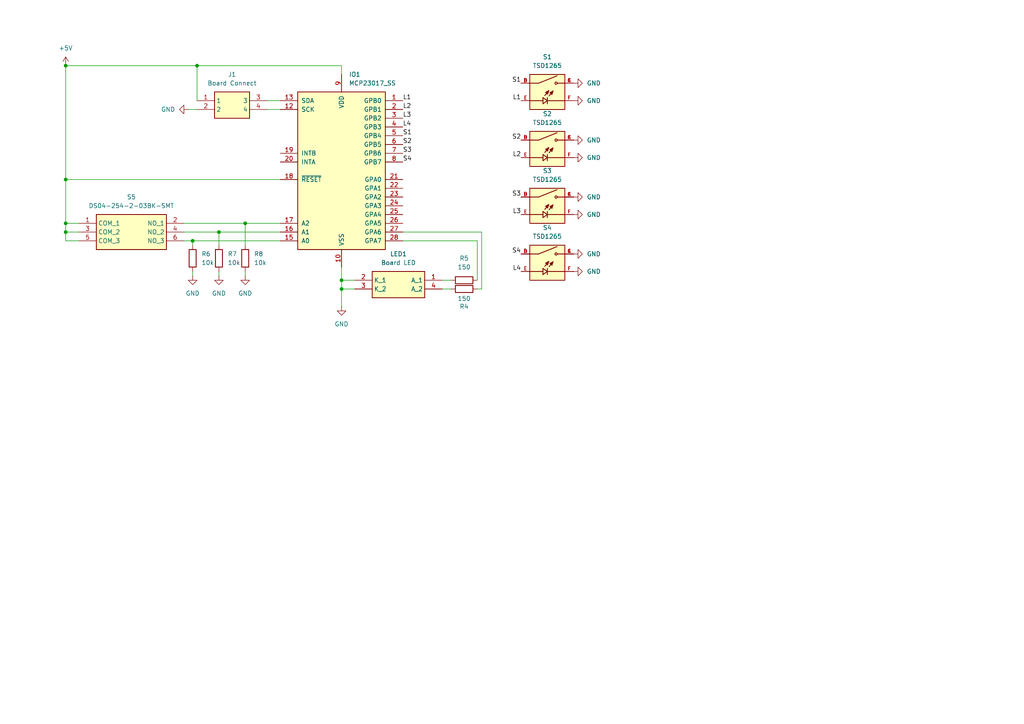
<source format=kicad_sch>
(kicad_sch (version 20250114) (generator "eeschema") (generator_version "9.0")
  (paper "A4")
  (lib_symbols
    (symbol "Device:R" (pin_numbers (hide yes)) (pin_names (offset 0))
      (property "Reference" "R" (at 2.032 0 90))
      (property "Value" "R" (at 0 0 90))
      (symbol "R_0_1"
        (rectangle (start -1.016 -2.54) (end 1.016 2.54) (stroke (width 0.254)))
      )
      (symbol "R_1_1"
        (pin passive line (at 0 3.81 270) (length 1.27) (name "~") (number "1"))
        (pin passive line (at 0 -3.81 90) (length 1.27) (name "~") (number "2"))
      )
    )
    (symbol "Interface_Expansion:MCP23017_SS" (pin_names (offset 1.016))
      (property "Reference" "U" (at -11.43 24.13 0))
      (property "Value" "MCP23017_SS" (at 0 0 0))
      (symbol "MCP23017_SS_0_1"
        (rectangle (start -12.7 22.86) (end 12.7 -22.86) (stroke (width 0.254)) (fill (type background)))
      )
      (symbol "MCP23017_SS_1_1"
        (pin bidirectional line (at -17.78 20.32 0) (length 5.08) (name "SDA") (number "13"))
        (pin input line (at -17.78 17.78 0) (length 5.08) (name "SCK") (number "12"))
        (pin tri_state line (at -17.78 5.08 0) (length 5.08) (name "INTB") (number "19"))
        (pin tri_state line (at -17.78 2.54 0) (length 5.08) (name "INTA") (number "20"))
        (pin input line (at -17.78 -2.54 0) (length 5.08) (name "~{RESET}") (number "18"))
        (pin input line (at -17.78 -15.24 0) (length 5.08) (name "A2") (number "17"))
        (pin input line (at -17.78 -17.78 0) (length 5.08) (name "A1") (number "16"))
        (pin input line (at -17.78 -20.32 0) (length 5.08) (name "A0") (number "15"))
        (pin no_connect line (at -12.7 15.24 0) (length 5.08) (hide yes) (name "NC") (number "11"))
        (pin no_connect line (at -12.7 12.7 0) (length 5.08) (hide yes) (name "NC") (number "14"))
        (pin power_in line (at 0 27.94 270) (length 5.08) (name "VDD") (number "9"))
        (pin power_in line (at 0 -27.94 90) (length 5.08) (name "VSS") (number "10"))
        (pin bidirectional line (at 17.78 20.32 180) (length 5.08) (name "GPB0") (number "1"))
        (pin bidirectional line (at 17.78 17.78 180) (length 5.08) (name "GPB1") (number "2"))
        (pin bidirectional line (at 17.78 15.24 180) (length 5.08) (name "GPB2") (number "3"))
        (pin bidirectional line (at 17.78 12.7 180) (length 5.08) (name "GPB3") (number "4"))
        (pin bidirectional line (at 17.78 10.16 180) (length 5.08) (name "GPB4") (number "5"))
        (pin bidirectional line (at 17.78 7.62 180) (length 5.08) (name "GPB5") (number "6"))
        (pin bidirectional line (at 17.78 5.08 180) (length 5.08) (name "GPB6") (number "7"))
        (pin bidirectional line (at 17.78 2.54 180) (length 5.08) (name "GPB7") (number "8"))
        (pin bidirectional line (at 17.78 -2.54 180) (length 5.08) (name "GPA0") (number "21"))
        (pin bidirectional line (at 17.78 -5.08 180) (length 5.08) (name "GPA1") (number "22"))
        (pin bidirectional line (at 17.78 -7.62 180) (length 5.08) (name "GPA2") (number "23"))
        (pin bidirectional line (at 17.78 -10.16 180) (length 5.08) (name "GPA3") (number "24"))
        (pin bidirectional line (at 17.78 -12.7 180) (length 5.08) (name "GPA4") (number "25"))
        (pin bidirectional line (at 17.78 -15.24 180) (length 5.08) (name "GPA5") (number "26"))
        (pin bidirectional line (at 17.78 -17.78 180) (length 5.08) (name "GPA6") (number "27"))
        (pin bidirectional line (at 17.78 -20.32 180) (length 5.08) (name "GPA7") (number "28"))
      )
    )
    (symbol "Simple Wire Module:53261-0471"
      (property "Reference" "J" (at 16.51 7.62 0))
      (property "Value" "53261-0471" (at 16.51 5.08 0))
      (symbol "53261-0471_1_1"
        (rectangle (start 5.08 2.54) (end 15.24 -5.08) (stroke (width 0.254)) (fill (type background)))
        (pin passive line (at 0 0 0) (length 5.08) (name "1") (number "1"))
        (pin passive line (at 0 -2.54 0) (length 5.08) (name "2") (number "2"))
        (pin passive line (at 20.32 0 180) (length 5.08) (name "3") (number "3"))
        (pin passive line (at 20.32 -2.54 180) (length 5.08) (name "4") (number "4"))
      )
    )
    (symbol "Simple Wire Module:APHBM2012SURKCGKC"
      (property "Reference" "LED" (at 21.59 7.62 0))
      (property "Value" "APHBM2012SURKCGKC" (at 21.59 5.08 0))
      (symbol "APHBM2012SURKCGKC_1_1"
        (rectangle (start 5.08 2.54) (end 20.32 -5.08) (stroke (width 0.254)) (fill (type background)))
        (pin passive line (at 0 0 0) (length 5.08) (name "K_1") (number "2"))
        (pin passive line (at 0 -2.54 0) (length 5.08) (name "K_2") (number "3"))
        (pin passive line (at 25.4 0 180) (length 5.08) (name "A_1") (number "1"))
        (pin passive line (at 25.4 -2.54 180) (length 5.08) (name "A_2") (number "4"))
      )
    )
    (symbol "modules:DS04-254-2-03BK-SMT"
      (property "Reference" "S" (at 26.67 7.62 0))
      (property "Value" "DS04-254-2-03BK-SMT" (at 26.67 5.08 0))
      (symbol "DS04-254-2-03BK-SMT_1_1"
        (rectangle (start 5.08 2.54) (end 25.4 -7.62) (stroke (width 0.254)) (fill (type background)))
        (pin passive line (at 0 0 0) (length 5.08) (name "COM_1") (number "1"))
        (pin passive line (at 0 -2.54 0) (length 5.08) (name "COM_2") (number "3"))
        (pin passive line (at 0 -5.08 0) (length 5.08) (name "COM_3") (number "5"))
        (pin passive line (at 30.48 0 180) (length 5.08) (name "NO_1") (number "2"))
        (pin passive line (at 30.48 -2.54 180) (length 5.08) (name "NO_2") (number "4"))
        (pin passive line (at 30.48 -5.08 180) (length 5.08) (name "NO_3") (number "6"))
      )
    )
    (symbol "modules:TSD1265" (pin_names (offset 1.016))
      (property "Reference" "S" (at -5.08 6.35 0))
      (property "Value" "TSD1265" (at -5.08 -7.62 0))
      (symbol "TSD1265_0_0"
        (rectangle (start -5.08 5.08) (end 5.08 -5.08) (stroke (width 0.254)) (fill (type background)))
        (polyline (pts (xy -2.54 2.54) (xy -5.08 2.54)) (stroke (width 0.254)))
        (polyline (pts (xy -2.54 2.54) (xy 2.794 4.6736)) (stroke (width 0.254)))
        (polyline (pts (xy -1.27 -1.651) (xy -1.27 -2.54)) (stroke (width 0.254)))
        (polyline (pts (xy -1.27 -2.54) (xy -5.08 -2.54)) (stroke (width 0.254)))
        (polyline (pts (xy -1.27 -2.54) (xy -1.27 -3.429)) (stroke (width 0.254)))
        (polyline (pts (xy -1.27 -3.429) (xy 0 -2.54)) (stroke (width 0.254)))
        (polyline (pts (xy -0.4826 -0.127) (xy 0.4064 0.3556)) (stroke (width 0.254)))
        (polyline (pts (xy -0.3048 -0.2032) (xy -0.0762 -0.0508)) (stroke (width 0.254)))
        (polyline (pts (xy 0 -1.651) (xy 0 -2.54)) (stroke (width 0.254)))
        (polyline (pts (xy 0 -2.54) (xy -1.27 -1.651)) (stroke (width 0.254)))
        (polyline (pts (xy 0 -2.54) (xy 0 -3.429)) (stroke (width 0.254)))
        (polyline (pts (xy 0 -2.54) (xy 5.08 -2.54)) (stroke (width 0.254)))
        (polyline (pts (xy 0.0762 -0.6096) (xy -0.4826 -0.127)) (stroke (width 0.254)))
        (polyline (pts (xy 0.0762 -0.6096) (xy 0.1016 0.127)) (stroke (width 0.254)))
        (polyline (pts (xy 0.1016 0.127) (xy -0.0254 0.127)) (stroke (width 0.254)))
        (polyline (pts (xy 0.4064 0.3556) (xy -0.7366 -1.0414)) (stroke (width 0.254)))
        (polyline (pts (xy 0.4064 0.3556) (xy 0.0762 -0.6096)) (stroke (width 0.254)))
        (polyline (pts (xy 0.762 -0.2286) (xy 1.651 0.254)) (stroke (width 0.254)))
        (polyline (pts (xy 0.9398 -0.3048) (xy 1.1684 -0.1524)) (stroke (width 0.254)))
        (polyline (pts (xy 1.3208 -0.7112) (xy 0.762 -0.2286)) (stroke (width 0.254)))
        (polyline (pts (xy 1.3208 -0.7112) (xy 1.3462 0.0254)) (stroke (width 0.254)))
        (polyline (pts (xy 1.3462 0.0254) (xy 1.2192 0.0254)) (stroke (width 0.254)))
        (polyline (pts (xy 1.651 0.254) (xy 0.508 -1.143)) (stroke (width 0.254)))
        (polyline (pts (xy 1.651 0.254) (xy 1.3208 -0.7112)) (stroke (width 0.254)))
        (circle (center 2.54 2.54) (radius 0.3302) (stroke (width 0.254)))
        (polyline (pts (xy 5.08 2.54) (xy 2.921 2.54)) (stroke (width 0.254)))
        (pin passive line (at -7.62 2.54 0) (length 2.54) (name "~") (number "B"))
        (pin passive line (at -7.62 2.54 0) (length 2.54) (name "~") (number "D"))
        (pin passive line (at -7.62 -2.54 0) (length 2.54) (name "~") (number "E"))
        (pin passive line (at 7.62 2.54 180) (length 2.54) (name "~") (number "A"))
        (pin passive line (at 7.62 2.54 180) (length 2.54) (name "~") (number "C"))
        (pin passive line (at 7.62 -2.54 180) (length 2.54) (name "~") (number "F"))
      )
    )
    (symbol "power:+5V" (power) (pin_names (offset 0))
      (property "Value" "+5V" (at 0 3.556 0))
      (symbol "+5V_0_1"
        (polyline (pts (xy -0.762 1.27) (xy 0 2.54)))
        (polyline (pts (xy 0 2.54) (xy 0.762 1.27)))
        (polyline (pts (xy 0 0) (xy 0 2.54)))
      )
      (symbol "+5V_1_1"
        (pin power_in line (at 0 0 90) (length 0) (hide yes) (name "+5V") (number "1"))
      )
    )
    (symbol "power:GND" (power) (pin_numbers (hide yes)) (pin_names (offset 0) (hide yes))
      (property "Value" "GND" (at 0 -3.81 0))
      (symbol "GND_0_1"
        (polyline (pts (xy 0 0) (xy 0 -1.27) (xy 1.27 -1.27) (xy 0 -2.54) (xy -1.27 -1.27) (xy 0 -1.27)))
      )
      (symbol "GND_1_1"
        (pin power_in line (at 0 0 270) (length 0) (name "~") (number "1"))
      )
    )
  )
  (junction (at 19.05 19.05))
  (junction (at 19.05 67.31))
  (junction (at 55.88 69.85))
  (junction (at 63.5 67.31))
  (junction (at 99.06 83.82))
  (junction (at 71.12 64.77))
  (junction (at 99.06 81.28))
  (junction (at 19.05 64.77))
  (junction (at 57.15 19.05))
  (junction (at 19.05 52.07))
  (wire (pts (xy 57.15 19.05) (xy 99.06 19.05)))
  (wire (pts (xy 53.34 64.77) (xy 71.12 64.77)))
  (wire (pts (xy 19.05 67.31) (xy 22.86 67.31)))
  (wire (pts (xy 138.43 69.85) (xy 138.43 81.28)))
  (wire (pts (xy 99.06 83.82) (xy 102.87 83.82)))
  (wire (pts (xy 99.06 81.28) (xy 102.87 81.28)))
  (wire (pts (xy 55.88 69.85) (xy 55.88 71.12)))
  (wire (pts (xy 139.7 83.82) (xy 138.43 83.82)))
  (wire (pts (xy 99.06 19.05) (xy 99.06 21.59)))
  (wire (pts (xy 71.12 80.01) (xy 71.12 78.74)))
  (wire (pts (xy 71.12 64.77) (xy 81.28 64.77)))
  (wire (pts (xy 139.7 67.31) (xy 139.7 83.82)))
  (wire (pts (xy 53.34 67.31) (xy 63.5 67.31)))
  (wire (pts (xy 19.05 64.77) (xy 19.05 67.31)))
  (wire (pts (xy 19.05 67.31) (xy 19.05 69.85)))
  (wire (pts (xy 77.47 31.75) (xy 81.28 31.75)))
  (wire (pts (xy 116.84 69.85) (xy 138.43 69.85)))
  (wire (pts (xy 54.61 31.75) (xy 57.15 31.75)))
  (wire (pts (xy 53.34 69.85) (xy 55.88 69.85)))
  (wire (pts (xy 63.5 67.31) (xy 81.28 67.31)))
  (wire (pts (xy 71.12 64.77) (xy 71.12 71.12)))
  (wire (pts (xy 99.06 83.82) (xy 99.06 81.28)))
  (wire (pts (xy 55.88 69.85) (xy 81.28 69.85)))
  (wire (pts (xy 63.5 67.31) (xy 63.5 71.12)))
  (wire (pts (xy 19.05 69.85) (xy 22.86 69.85)))
  (wire (pts (xy 128.27 81.28) (xy 130.81 81.28)))
  (wire (pts (xy 116.84 67.31) (xy 139.7 67.31)))
  (wire (pts (xy 19.05 19.05) (xy 57.15 19.05)))
  (wire (pts (xy 19.05 52.07) (xy 19.05 64.77)))
  (wire (pts (xy 19.05 19.05) (xy 19.05 52.07)))
  (wire (pts (xy 99.06 88.9) (xy 99.06 83.82)))
  (wire (pts (xy 128.27 83.82) (xy 130.81 83.82)))
  (wire (pts (xy 99.06 81.28) (xy 99.06 77.47)))
  (wire (pts (xy 63.5 80.01) (xy 63.5 78.74)))
  (wire (pts (xy 19.05 52.07) (xy 81.28 52.07)))
  (wire (pts (xy 77.47 29.21) (xy 81.28 29.21)))
  (wire (pts (xy 19.05 64.77) (xy 22.86 64.77)))
  (wire (pts (xy 57.15 19.05) (xy 57.15 29.21)))
  (wire (pts (xy 55.88 80.01) (xy 55.88 78.74)))
  (label "L2" (at 116.84 31.75 0))
  (label "S4" (at 116.84 46.99 0))
  (label "L4" (at 151.13 78.74 180))
  (label "L4" (at 116.84 36.83 0))
  (label "S1" (at 116.84 39.37 0))
  (label "L3" (at 116.84 34.29 0))
  (label "L3" (at 151.13 62.23 180))
  (label "S4" (at 151.13 73.66 180))
  (label "S3" (at 151.13 57.15 180))
  (label "L2" (at 151.13 45.72 180))
  (label "S1" (at 151.13 24.13 180))
  (label "S3" (at 116.84 44.45 0))
  (label "S2" (at 151.13 40.64 180))
  (label "S2" (at 116.84 41.91 0))
  (label "L1" (at 116.84 29.21 0))
  (label "L1" (at 151.13 29.21 180))
  (symbol (lib_id "power:GND") (at 166.37 29.21 90) (unit 1)
    (property "Reference" "#PWR05" (effects (hide yes)))
    (property "Value" "GND" (at 170.18 29.2099 90) (effects (justify right)))
    (property "Description" "Power symbol creates a global label with name \"GND\" , ground" (effects (hide yes)))
  )
  (symbol (lib_id "power:GND") (at 55.88 80.01 0) (unit 1)
    (property "Reference" "#PWR015" (effects (hide yes)))
    (property "Value" "GND" (at 55.88 85.09 0))
    (property "Description" "Power symbol creates a global label with name \"GND\" , ground" (effects (hide yes)))
  )
  (symbol (lib_id "power:GND") (at 99.06 88.9 0) (unit 1)
    (property "Reference" "#PWR018" (effects (hide yes)))
    (property "Value" "GND" (at 99.06 93.98 0))
    (property "Description" "Power symbol creates a global label with name \"GND\" , ground" (effects (hide yes)))
  )
  (symbol (lib_id "modules:TSD1265") (at 158.75 76.2 0) (unit 1)
    (property "Reference" "S4" (at 158.75 66.04 0))
    (property "Value" "TSD1265" (at 158.75 68.58 0))
    (property "Footprint" "modules:SW_TSD1265" (effects (hide yes)))
    (property "Description" "Tactile Push Button Switch Momentary" (effects (hide yes)))
  )
  (symbol (lib_id "power:GND") (at 63.5 80.01 0) (unit 1)
    (property "Reference" "#PWR016" (effects (hide yes)))
    (property "Value" "GND" (at 63.5 85.09 0))
    (property "Description" "Power symbol creates a global label with name \"GND\" , ground" (effects (hide yes)))
  )
  (symbol (lib_id "power:GND") (at 166.37 62.23 90) (unit 1)
    (property "Reference" "#PWR06" (effects (hide yes)))
    (property "Value" "GND" (at 170.18 62.2299 90) (effects (justify right)))
    (property "Description" "Power symbol creates a global label with name \"GND\" , ground" (effects (hide yes)))
  )
  (symbol (lib_id "Device:R") (at 63.5 74.93 180) (unit 1)
    (property "Reference" "R7" (at 66.04 73.6599 0) (effects (justify right)))
    (property "Value" "10k" (at 66.04 76.1999 0) (effects (justify right)))
    (property "Footprint" "Resistor_SMD:R_0805_2012Metric_Pad1.20x1.40mm_HandSolder" (effects (hide yes)))
    (property "Description" "Resistor" (effects (hide yes)))
  )
  (symbol (lib_id "Device:R") (at 55.88 74.93 180) (unit 1)
    (property "Reference" "R6" (at 58.42 73.6599 0) (effects (justify right)))
    (property "Value" "10k" (at 58.42 76.1999 0) (effects (justify right)))
    (property "Footprint" "Resistor_SMD:R_0805_2012Metric_Pad1.20x1.40mm_HandSolder" (effects (hide yes)))
    (property "Description" "Resistor" (effects (hide yes)))
  )
  (symbol (lib_id "Device:R") (at 134.62 83.82 90) (unit 1)
    (property "Reference" "R4" (at 134.62 88.9 90))
    (property "Value" "150" (at 134.62 86.614 90))
    (property "Footprint" "Resistor_SMD:R_0805_2012Metric_Pad1.20x1.40mm_HandSolder" (effects (hide yes)))
  )
  (symbol (lib_id "modules:TSD1265") (at 158.75 43.18 0) (unit 1)
    (property "Reference" "S2" (at 158.75 33.02 0))
    (property "Value" "TSD1265" (at 158.75 35.56 0))
    (property "Footprint" "modules:SW_TSD1265" (effects (hide yes)))
    (property "Description" "Tactile Push Button Switch Momentary" (effects (hide yes)))
  )
  (symbol (lib_id "Device:R") (at 71.12 74.93 0) (unit 1)
    (property "Reference" "R8" (at 73.66 73.6599 0) (effects (justify left)))
    (property "Value" "10k" (at 73.66 76.1999 0) (effects (justify left)))
    (property "Footprint" "Resistor_SMD:R_0805_2012Metric_Pad1.20x1.40mm_HandSolder" (effects (hide yes)))
    (property "Description" "Resistor" (effects (hide yes)))
  )
  (symbol (lib_id "power:GND") (at 166.37 73.66 90) (unit 1)
    (property "Reference" "#PWR09" (effects (hide yes)))
    (property "Value" "GND" (at 170.18 73.6599 90) (effects (justify right)))
    (property "Description" "Power symbol creates a global label with name \"GND\" , ground" (effects (hide yes)))
  )
  (symbol (lib_id "modules:DS04-254-2-03BK-SMT") (at 22.86 64.77 0) (unit 1)
    (property "Reference" "S5" (at 38.1 57.15 0))
    (property "Value" "DS04-254-2-03BK-SMT" (at 38.1 59.69 0))
    (property "Footprint" "modules:DS04254203BKSMT" (effects (hide yes)))
    (property "Datasheet" "https://datasheet.datasheetarchive.com/originals/distributors/Datasheets_SAMA/c6ff744c627a82ac82db8ce1595a468c.pdf" (effects (hide yes)))
    (property "Description" "DIP Switches / SIP Switches DIP Switch, SPST, 2.54 pitch, flat actuator, SMT, 3 position, Black" (effects (hide yes)))
    (property "Height" "4.3" (effects (hide yes)))
    (property "Mouser Part Number" "490-DS04254203BK-SMT" (effects (hide yes)))
    (property "Mouser Price/Stock" "https://www.mouser.co.uk/ProductDetail/CUI-Devices/DS04-254-2-03BK-SMT?qs=wnTfsH77Xs6HyisDGRVjIg%3D%3D" (effects (hide yes)))
    (property "Manufacturer_Name" "CUI Devices" (effects (hide yes)))
    (property "Manufacturer_Part_Number" "DS04-254-2-03BK-SMT" (effects (hide yes)))
  )
  (symbol (lib_id "power:GND") (at 166.37 24.13 90) (unit 1)
    (property "Reference" "#PWR07" (effects (hide yes)))
    (property "Value" "GND" (at 170.18 24.1299 90) (effects (justify right)))
    (property "Description" "Power symbol creates a global label with name \"GND\" , ground" (effects (hide yes)))
  )
  (symbol (lib_id "power:+5V") (at 19.05 19.05 0) (unit 1)
    (property "Reference" "#PWR014" (effects (hide yes)))
    (property "Value" "+5V" (at 19.05 13.97 0))
    (property "Description" "Power symbol creates a global label with name \"+5V\"" (effects (hide yes)))
  )
  (symbol (lib_id "power:GND") (at 166.37 78.74 90) (unit 1)
    (property "Reference" "#PWR010" (effects (hide yes)))
    (property "Value" "GND" (at 170.18 78.7399 90) (effects (justify right)))
    (property "Description" "Power symbol creates a global label with name \"GND\" , ground" (effects (hide yes)))
  )
  (symbol (lib_id "Interface_Expansion:MCP23017_SS") (at 99.06 49.53 0) (unit 1)
    (property "Reference" "IO1" (at 101.2033 21.59 0) (effects (justify left)))
    (property "Value" "MCP23017_SS" (at 101.2033 24.13 0) (effects (justify left)))
    (property "Footprint" "Package_SO:SSOP-28_5.3x10.2mm_P0.65mm" (effects (hide yes)))
    (property "Datasheet" "https://ww1.microchip.com/downloads/aemDocuments/documents/APID/ProductDocuments/DataSheets/MCP23017-Data-Sheet-DS20001952.pdf" (effects (hide yes)))
    (property "Description" "16-bit I/O expander, I2C, interrupts, w pull-ups, SSOP-28" (effects (hide yes)))
  )
  (symbol (lib_id "Device:R") (at 134.62 81.28 90) (unit 1)
    (property "Reference" "R5" (at 134.62 74.93 90))
    (property "Value" "150" (at 134.62 77.47 90))
    (property "Footprint" "Resistor_SMD:R_0805_2012Metric_Pad1.20x1.40mm_HandSolder" (effects (hide yes)))
  )
  (symbol (lib_id "modules:TSD1265") (at 158.75 26.67 0) (unit 1)
    (property "Reference" "S1" (at 158.75 16.51 0))
    (property "Value" "TSD1265" (at 158.75 19.05 0))
    (property "Footprint" "modules:SW_TSD1265" (effects (hide yes)))
    (property "Description" "Tactile Push Button Switch Momentary" (effects (hide yes)))
  )
  (symbol (lib_id "power:GND") (at 71.12 80.01 0) (unit 1)
    (property "Reference" "#PWR017" (effects (hide yes)))
    (property "Value" "GND" (at 71.12 85.09 0))
    (property "Description" "Power symbol creates a global label with name \"GND\" , ground" (effects (hide yes)))
  )
  (symbol (lib_id "power:GND") (at 166.37 57.15 90) (unit 1)
    (property "Reference" "#PWR03" (effects (hide yes)))
    (property "Value" "GND" (at 170.18 57.1499 90) (effects (justify right)))
    (property "Description" "Power symbol creates a global label with name \"GND\" , ground" (effects (hide yes)))
  )
  (symbol (lib_id "power:GND") (at 166.37 40.64 90) (unit 1)
    (property "Reference" "#PWR08" (effects (hide yes)))
    (property "Value" "GND" (at 170.18 40.6399 90) (effects (justify right)))
    (property "Description" "Power symbol creates a global label with name \"GND\" , ground" (effects (hide yes)))
  )
  (symbol (lib_id "Simple Wire Module:53261-0471") (at 57.15 29.21 0) (unit 1)
    (property "Reference" "J1" (at 67.31 21.59 0))
    (property "Value" "Board Connect" (at 67.31 24.13 0))
    (property "Footprint" "modules:PicoBlade 4pin 53261-0471" (effects (hide yes)))
    (property "Datasheet" "http://www.molex.com/webdocs/datasheets/pdf/en-us//0532610471_PCB_HEADERS.pdf" (effects (hide yes)))
    (property "Mouser Part Number" "538-53261-0471" (effects (hide yes)))
    (property "Mouser Price/Stock" "https://www.mouser.co.uk/ProductDetail/Molex/53261-0471?qs=%252B72YyncTwW9e3et3PwnEMw%3D%3D" (effects (hide yes)))
    (property "Manufacturer_Name" "Molex" (effects (hide yes)))
    (property "Manufacturer_Part_Number" "53261-0471" (effects (hide yes)))
  )
  (symbol (lib_id "modules:TSD1265") (at 158.75 59.69 0) (unit 1)
    (property "Reference" "S3" (at 158.75 49.53 0))
    (property "Value" "TSD1265" (at 158.75 52.07 0))
    (property "Footprint" "modules:SW_TSD1265" (effects (hide yes)))
    (property "Description" "Tactile Push Button Switch Momentary" (effects (hide yes)))
  )
  (symbol (lib_id "power:GND") (at 166.37 45.72 90) (unit 1)
    (property "Reference" "#PWR04" (effects (hide yes)))
    (property "Value" "GND" (at 170.18 45.7199 90) (effects (justify right)))
    (property "Description" "Power symbol creates a global label with name \"GND\" , ground" (effects (hide yes)))
  )
  (symbol (lib_id "Simple Wire Module:APHBM2012SURKCGKC") (at 102.87 81.28 0) (unit 1)
    (property "Reference" "LED1" (at 115.57 73.66 0))
    (property "Value" "Board LED" (at 115.57 76.2 0))
    (property "Footprint" "modules:LED GreenRed APHBM2012SURKCGKC" (effects (hide yes)))
    (property "Height" "0.45" (effects (hide yes)))
    (property "Mouser Part Number" "604-BM2012SURKCGKC" (effects (hide yes)))
    (property "Mouser Price/Stock" "https://www.mouser.co.uk/ProductDetail/Kingbright/APHBM2012SURKCGKC?qs=mWUXtl%252BhaIKZSpp3TSJ%2FQA%3D%3D" (effects (hide yes)))
    (property "Manufacturer_Name" "Kingbright" (effects (hide yes)))
    (property "Manufacturer_Part_Number" "APHBM2012SURKCGKC" (effects (hide yes)))
  )
  (symbol (lib_id "power:GND") (at 54.61 31.75 270) (unit 1)
    (property "Reference" "#PWR01" (effects (hide yes)))
    (property "Value" "GND" (at 50.8 31.7499 90) (effects (justify right)))
  )
)
</source>
